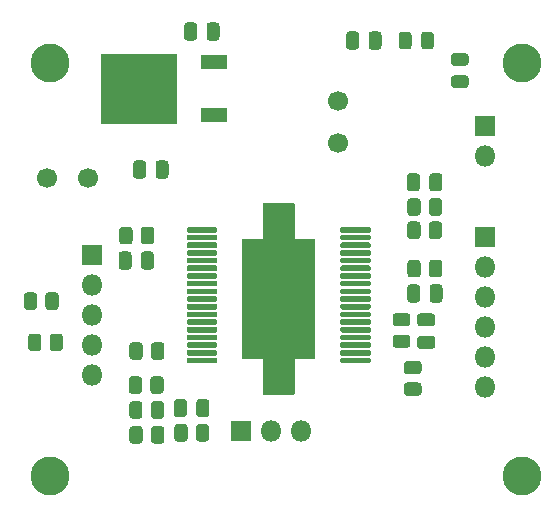
<source format=gbr>
%TF.GenerationSoftware,KiCad,Pcbnew,5.1.6-c6e7f7d~87~ubuntu18.04.1*%
%TF.CreationDate,2022-02-07T12:08:45+00:00*%
%TF.ProjectId,L6235-breakout,4c363233-352d-4627-9265-616b6f75742e,rev?*%
%TF.SameCoordinates,Original*%
%TF.FileFunction,Soldermask,Top*%
%TF.FilePolarity,Negative*%
%FSLAX46Y46*%
G04 Gerber Fmt 4.6, Leading zero omitted, Abs format (unit mm)*
G04 Created by KiCad (PCBNEW 5.1.6-c6e7f7d~87~ubuntu18.04.1) date 2022-02-07 12:08:45*
%MOMM*%
%LPD*%
G01*
G04 APERTURE LIST*
%ADD10C,1.700000*%
%ADD11R,1.800000X1.800000*%
%ADD12O,1.800000X1.800000*%
%ADD13C,0.100000*%
%ADD14C,3.300000*%
%ADD15R,2.300000X1.300000*%
%ADD16R,6.500000X5.900000*%
G04 APERTURE END LIST*
%TO.C,C1*%
G36*
G01*
X44174400Y-171010200D02*
X44174400Y-170010200D01*
G75*
G02*
X44449400Y-169735200I275000J0D01*
G01*
X44999400Y-169735200D01*
G75*
G02*
X45274400Y-170010200I0J-275000D01*
G01*
X45274400Y-171010200D01*
G75*
G02*
X44999400Y-171285200I-275000J0D01*
G01*
X44449400Y-171285200D01*
G75*
G02*
X44174400Y-171010200I0J275000D01*
G01*
G37*
G36*
G01*
X42274400Y-171010200D02*
X42274400Y-170010200D01*
G75*
G02*
X42549400Y-169735200I275000J0D01*
G01*
X43099400Y-169735200D01*
G75*
G02*
X43374400Y-170010200I0J-275000D01*
G01*
X43374400Y-171010200D01*
G75*
G02*
X43099400Y-171285200I-275000J0D01*
G01*
X42549400Y-171285200D01*
G75*
G02*
X42274400Y-171010200I0J275000D01*
G01*
G37*
%TD*%
%TO.C,C2*%
G36*
G01*
X20174000Y-159520000D02*
X20174000Y-160520000D01*
G75*
G02*
X19899000Y-160795000I-275000J0D01*
G01*
X19349000Y-160795000D01*
G75*
G02*
X19074000Y-160520000I0J275000D01*
G01*
X19074000Y-159520000D01*
G75*
G02*
X19349000Y-159245000I275000J0D01*
G01*
X19899000Y-159245000D01*
G75*
G02*
X20174000Y-159520000I0J-275000D01*
G01*
G37*
G36*
G01*
X22074000Y-159520000D02*
X22074000Y-160520000D01*
G75*
G02*
X21799000Y-160795000I-275000J0D01*
G01*
X21249000Y-160795000D01*
G75*
G02*
X20974000Y-160520000I0J275000D01*
G01*
X20974000Y-159520000D01*
G75*
G02*
X21249000Y-159245000I275000J0D01*
G01*
X21799000Y-159245000D01*
G75*
G02*
X22074000Y-159520000I0J-275000D01*
G01*
G37*
%TD*%
D10*
%TO.C,C3*%
X36461700Y-157734000D03*
X36461700Y-154234000D03*
%TD*%
%TO.C,C5*%
G36*
G01*
X42261700Y-161599500D02*
X42261700Y-160599500D01*
G75*
G02*
X42536700Y-160324500I275000J0D01*
G01*
X43086700Y-160324500D01*
G75*
G02*
X43361700Y-160599500I0J-275000D01*
G01*
X43361700Y-161599500D01*
G75*
G02*
X43086700Y-161874500I-275000J0D01*
G01*
X42536700Y-161874500D01*
G75*
G02*
X42261700Y-161599500I0J275000D01*
G01*
G37*
G36*
G01*
X44161700Y-161599500D02*
X44161700Y-160599500D01*
G75*
G02*
X44436700Y-160324500I275000J0D01*
G01*
X44986700Y-160324500D01*
G75*
G02*
X45261700Y-160599500I0J-275000D01*
G01*
X45261700Y-161599500D01*
G75*
G02*
X44986700Y-161874500I-275000J0D01*
G01*
X44436700Y-161874500D01*
G75*
G02*
X44161700Y-161599500I0J275000D01*
G01*
G37*
%TD*%
%TO.C,C6*%
G36*
G01*
X24425900Y-180713000D02*
X24425900Y-179713000D01*
G75*
G02*
X24700900Y-179438000I275000J0D01*
G01*
X25250900Y-179438000D01*
G75*
G02*
X25525900Y-179713000I0J-275000D01*
G01*
X25525900Y-180713000D01*
G75*
G02*
X25250900Y-180988000I-275000J0D01*
G01*
X24700900Y-180988000D01*
G75*
G02*
X24425900Y-180713000I0J275000D01*
G01*
G37*
G36*
G01*
X22525900Y-180713000D02*
X22525900Y-179713000D01*
G75*
G02*
X22800900Y-179438000I275000J0D01*
G01*
X23350900Y-179438000D01*
G75*
G02*
X23625900Y-179713000I0J-275000D01*
G01*
X23625900Y-180713000D01*
G75*
G02*
X23350900Y-180988000I-275000J0D01*
G01*
X22800900Y-180988000D01*
G75*
G02*
X22525900Y-180713000I0J275000D01*
G01*
G37*
%TD*%
%TO.C,C7*%
G36*
G01*
X37108000Y-149598000D02*
X37108000Y-148598000D01*
G75*
G02*
X37383000Y-148323000I275000J0D01*
G01*
X37933000Y-148323000D01*
G75*
G02*
X38208000Y-148598000I0J-275000D01*
G01*
X38208000Y-149598000D01*
G75*
G02*
X37933000Y-149873000I-275000J0D01*
G01*
X37383000Y-149873000D01*
G75*
G02*
X37108000Y-149598000I0J275000D01*
G01*
G37*
G36*
G01*
X39008000Y-149598000D02*
X39008000Y-148598000D01*
G75*
G02*
X39283000Y-148323000I275000J0D01*
G01*
X39833000Y-148323000D01*
G75*
G02*
X40108000Y-148598000I0J-275000D01*
G01*
X40108000Y-149598000D01*
G75*
G02*
X39833000Y-149873000I-275000J0D01*
G01*
X39283000Y-149873000D01*
G75*
G02*
X39008000Y-149598000I0J275000D01*
G01*
G37*
%TD*%
%TO.C,C8*%
G36*
G01*
X17844600Y-168228900D02*
X17844600Y-167228900D01*
G75*
G02*
X18119600Y-166953900I275000J0D01*
G01*
X18669600Y-166953900D01*
G75*
G02*
X18944600Y-167228900I0J-275000D01*
G01*
X18944600Y-168228900D01*
G75*
G02*
X18669600Y-168503900I-275000J0D01*
G01*
X18119600Y-168503900D01*
G75*
G02*
X17844600Y-168228900I0J275000D01*
G01*
G37*
G36*
G01*
X19744600Y-168228900D02*
X19744600Y-167228900D01*
G75*
G02*
X20019600Y-166953900I275000J0D01*
G01*
X20569600Y-166953900D01*
G75*
G02*
X20844600Y-167228900I0J-275000D01*
G01*
X20844600Y-168228900D01*
G75*
G02*
X20569600Y-168503900I-275000J0D01*
G01*
X20019600Y-168503900D01*
G75*
G02*
X19744600Y-168228900I0J275000D01*
G01*
G37*
%TD*%
%TO.C,C10*%
G36*
G01*
X43388700Y-174097900D02*
X44388700Y-174097900D01*
G75*
G02*
X44663700Y-174372900I0J-275000D01*
G01*
X44663700Y-174922900D01*
G75*
G02*
X44388700Y-175197900I-275000J0D01*
G01*
X43388700Y-175197900D01*
G75*
G02*
X43113700Y-174922900I0J275000D01*
G01*
X43113700Y-174372900D01*
G75*
G02*
X43388700Y-174097900I275000J0D01*
G01*
G37*
G36*
G01*
X43388700Y-172197900D02*
X44388700Y-172197900D01*
G75*
G02*
X44663700Y-172472900I0J-275000D01*
G01*
X44663700Y-173022900D01*
G75*
G02*
X44388700Y-173297900I-275000J0D01*
G01*
X43388700Y-173297900D01*
G75*
G02*
X43113700Y-173022900I0J275000D01*
G01*
X43113700Y-172472900D01*
G75*
G02*
X43388700Y-172197900I275000J0D01*
G01*
G37*
%TD*%
%TO.C,D1*%
G36*
G01*
X46254750Y-152038000D02*
X47217250Y-152038000D01*
G75*
G02*
X47486000Y-152306750I0J-268750D01*
G01*
X47486000Y-152844250D01*
G75*
G02*
X47217250Y-153113000I-268750J0D01*
G01*
X46254750Y-153113000D01*
G75*
G02*
X45986000Y-152844250I0J268750D01*
G01*
X45986000Y-152306750D01*
G75*
G02*
X46254750Y-152038000I268750J0D01*
G01*
G37*
G36*
G01*
X46254750Y-150163000D02*
X47217250Y-150163000D01*
G75*
G02*
X47486000Y-150431750I0J-268750D01*
G01*
X47486000Y-150969250D01*
G75*
G02*
X47217250Y-151238000I-268750J0D01*
G01*
X46254750Y-151238000D01*
G75*
G02*
X45986000Y-150969250I0J268750D01*
G01*
X45986000Y-150431750D01*
G75*
G02*
X46254750Y-150163000I268750J0D01*
G01*
G37*
%TD*%
%TO.C,D2*%
G36*
G01*
X41578000Y-149579250D02*
X41578000Y-148616750D01*
G75*
G02*
X41846750Y-148348000I268750J0D01*
G01*
X42384250Y-148348000D01*
G75*
G02*
X42653000Y-148616750I0J-268750D01*
G01*
X42653000Y-149579250D01*
G75*
G02*
X42384250Y-149848000I-268750J0D01*
G01*
X41846750Y-149848000D01*
G75*
G02*
X41578000Y-149579250I0J268750D01*
G01*
G37*
G36*
G01*
X43453000Y-149579250D02*
X43453000Y-148616750D01*
G75*
G02*
X43721750Y-148348000I268750J0D01*
G01*
X44259250Y-148348000D01*
G75*
G02*
X44528000Y-148616750I0J-268750D01*
G01*
X44528000Y-149579250D01*
G75*
G02*
X44259250Y-149848000I-268750J0D01*
G01*
X43721750Y-149848000D01*
G75*
G02*
X43453000Y-149579250I0J268750D01*
G01*
G37*
%TD*%
D11*
%TO.C,J2*%
X15633700Y-167246300D03*
D12*
X15633700Y-169786300D03*
X15633700Y-172326300D03*
X15633700Y-174866300D03*
X15633700Y-177406300D03*
%TD*%
D11*
%TO.C,J3*%
X28194000Y-182194200D03*
D12*
X30734000Y-182194200D03*
X33274000Y-182194200D03*
%TD*%
D11*
%TO.C,J5*%
X48895000Y-156337000D03*
D12*
X48895000Y-158877000D03*
%TD*%
%TO.C,R1*%
G36*
G01*
X42300000Y-168877611D02*
X42300000Y-167926389D01*
G75*
G02*
X42574389Y-167652000I274389J0D01*
G01*
X43150611Y-167652000D01*
G75*
G02*
X43425000Y-167926389I0J-274389D01*
G01*
X43425000Y-168877611D01*
G75*
G02*
X43150611Y-169152000I-274389J0D01*
G01*
X42574389Y-169152000D01*
G75*
G02*
X42300000Y-168877611I0J274389D01*
G01*
G37*
G36*
G01*
X44125000Y-168877611D02*
X44125000Y-167926389D01*
G75*
G02*
X44399389Y-167652000I274389J0D01*
G01*
X44975611Y-167652000D01*
G75*
G02*
X45250000Y-167926389I0J-274389D01*
G01*
X45250000Y-168877611D01*
G75*
G02*
X44975611Y-169152000I-274389J0D01*
G01*
X44399389Y-169152000D01*
G75*
G02*
X44125000Y-168877611I0J274389D01*
G01*
G37*
%TD*%
%TO.C,R2*%
G36*
G01*
X44112300Y-165639111D02*
X44112300Y-164687889D01*
G75*
G02*
X44386689Y-164413500I274389J0D01*
G01*
X44962911Y-164413500D01*
G75*
G02*
X45237300Y-164687889I0J-274389D01*
G01*
X45237300Y-165639111D01*
G75*
G02*
X44962911Y-165913500I-274389J0D01*
G01*
X44386689Y-165913500D01*
G75*
G02*
X44112300Y-165639111I0J274389D01*
G01*
G37*
G36*
G01*
X42287300Y-165639111D02*
X42287300Y-164687889D01*
G75*
G02*
X42561689Y-164413500I274389J0D01*
G01*
X43137911Y-164413500D01*
G75*
G02*
X43412300Y-164687889I0J-274389D01*
G01*
X43412300Y-165639111D01*
G75*
G02*
X43137911Y-165913500I-274389J0D01*
G01*
X42561689Y-165913500D01*
G75*
G02*
X42287300Y-165639111I0J274389D01*
G01*
G37*
%TD*%
%TO.C,R3*%
G36*
G01*
X45237300Y-162719389D02*
X45237300Y-163670611D01*
G75*
G02*
X44962911Y-163945000I-274389J0D01*
G01*
X44386689Y-163945000D01*
G75*
G02*
X44112300Y-163670611I0J274389D01*
G01*
X44112300Y-162719389D01*
G75*
G02*
X44386689Y-162445000I274389J0D01*
G01*
X44962911Y-162445000D01*
G75*
G02*
X45237300Y-162719389I0J-274389D01*
G01*
G37*
G36*
G01*
X43412300Y-162719389D02*
X43412300Y-163670611D01*
G75*
G02*
X43137911Y-163945000I-274389J0D01*
G01*
X42561689Y-163945000D01*
G75*
G02*
X42287300Y-163670611I0J274389D01*
G01*
X42287300Y-162719389D01*
G75*
G02*
X42561689Y-162445000I274389J0D01*
G01*
X43137911Y-162445000D01*
G75*
G02*
X43412300Y-162719389I0J-274389D01*
G01*
G37*
%TD*%
%TO.C,R4*%
G36*
G01*
X22564200Y-182784111D02*
X22564200Y-181832889D01*
G75*
G02*
X22838589Y-181558500I274389J0D01*
G01*
X23414811Y-181558500D01*
G75*
G02*
X23689200Y-181832889I0J-274389D01*
G01*
X23689200Y-182784111D01*
G75*
G02*
X23414811Y-183058500I-274389J0D01*
G01*
X22838589Y-183058500D01*
G75*
G02*
X22564200Y-182784111I0J274389D01*
G01*
G37*
G36*
G01*
X24389200Y-182784111D02*
X24389200Y-181832889D01*
G75*
G02*
X24663589Y-181558500I274389J0D01*
G01*
X25239811Y-181558500D01*
G75*
G02*
X25514200Y-181832889I0J-274389D01*
G01*
X25514200Y-182784111D01*
G75*
G02*
X25239811Y-183058500I-274389J0D01*
G01*
X24663589Y-183058500D01*
G75*
G02*
X24389200Y-182784111I0J274389D01*
G01*
G37*
%TD*%
%TO.C,R5*%
G36*
G01*
X18745300Y-180853711D02*
X18745300Y-179902489D01*
G75*
G02*
X19019689Y-179628100I274389J0D01*
G01*
X19595911Y-179628100D01*
G75*
G02*
X19870300Y-179902489I0J-274389D01*
G01*
X19870300Y-180853711D01*
G75*
G02*
X19595911Y-181128100I-274389J0D01*
G01*
X19019689Y-181128100D01*
G75*
G02*
X18745300Y-180853711I0J274389D01*
G01*
G37*
G36*
G01*
X20570300Y-180853711D02*
X20570300Y-179902489D01*
G75*
G02*
X20844689Y-179628100I274389J0D01*
G01*
X21420911Y-179628100D01*
G75*
G02*
X21695300Y-179902489I0J-274389D01*
G01*
X21695300Y-180853711D01*
G75*
G02*
X21420911Y-181128100I-274389J0D01*
G01*
X20844689Y-181128100D01*
G75*
G02*
X20570300Y-180853711I0J274389D01*
G01*
G37*
%TD*%
%TO.C,R6*%
G36*
G01*
X19032100Y-165132389D02*
X19032100Y-166083611D01*
G75*
G02*
X18757711Y-166358000I-274389J0D01*
G01*
X18181489Y-166358000D01*
G75*
G02*
X17907100Y-166083611I0J274389D01*
G01*
X17907100Y-165132389D01*
G75*
G02*
X18181489Y-164858000I274389J0D01*
G01*
X18757711Y-164858000D01*
G75*
G02*
X19032100Y-165132389I0J-274389D01*
G01*
G37*
G36*
G01*
X20857100Y-165132389D02*
X20857100Y-166083611D01*
G75*
G02*
X20582711Y-166358000I-274389J0D01*
G01*
X20006489Y-166358000D01*
G75*
G02*
X19732100Y-166083611I0J274389D01*
G01*
X19732100Y-165132389D01*
G75*
G02*
X20006489Y-164858000I274389J0D01*
G01*
X20582711Y-164858000D01*
G75*
G02*
X20857100Y-165132389I0J-274389D01*
G01*
G37*
%TD*%
%TO.C,R7*%
G36*
G01*
X18707200Y-178745511D02*
X18707200Y-177794289D01*
G75*
G02*
X18981589Y-177519900I274389J0D01*
G01*
X19557811Y-177519900D01*
G75*
G02*
X19832200Y-177794289I0J-274389D01*
G01*
X19832200Y-178745511D01*
G75*
G02*
X19557811Y-179019900I-274389J0D01*
G01*
X18981589Y-179019900D01*
G75*
G02*
X18707200Y-178745511I0J274389D01*
G01*
G37*
G36*
G01*
X20532200Y-178745511D02*
X20532200Y-177794289D01*
G75*
G02*
X20806589Y-177519900I274389J0D01*
G01*
X21382811Y-177519900D01*
G75*
G02*
X21657200Y-177794289I0J-274389D01*
G01*
X21657200Y-178745511D01*
G75*
G02*
X21382811Y-179019900I-274389J0D01*
G01*
X20806589Y-179019900D01*
G75*
G02*
X20532200Y-178745511I0J274389D01*
G01*
G37*
%TD*%
%TO.C,R8*%
G36*
G01*
X43223811Y-177348400D02*
X42272589Y-177348400D01*
G75*
G02*
X41998200Y-177074011I0J274389D01*
G01*
X41998200Y-176497789D01*
G75*
G02*
X42272589Y-176223400I274389J0D01*
G01*
X43223811Y-176223400D01*
G75*
G02*
X43498200Y-176497789I0J-274389D01*
G01*
X43498200Y-177074011D01*
G75*
G02*
X43223811Y-177348400I-274389J0D01*
G01*
G37*
G36*
G01*
X43223811Y-179173400D02*
X42272589Y-179173400D01*
G75*
G02*
X41998200Y-178899011I0J274389D01*
G01*
X41998200Y-178322789D01*
G75*
G02*
X42272589Y-178048400I274389J0D01*
G01*
X43223811Y-178048400D01*
G75*
G02*
X43498200Y-178322789I0J-274389D01*
G01*
X43498200Y-178899011D01*
G75*
G02*
X43223811Y-179173400I-274389J0D01*
G01*
G37*
%TD*%
%TO.C,R9*%
G36*
G01*
X41320089Y-172172100D02*
X42271311Y-172172100D01*
G75*
G02*
X42545700Y-172446489I0J-274389D01*
G01*
X42545700Y-173022711D01*
G75*
G02*
X42271311Y-173297100I-274389J0D01*
G01*
X41320089Y-173297100D01*
G75*
G02*
X41045700Y-173022711I0J274389D01*
G01*
X41045700Y-172446489D01*
G75*
G02*
X41320089Y-172172100I274389J0D01*
G01*
G37*
G36*
G01*
X41320089Y-173997100D02*
X42271311Y-173997100D01*
G75*
G02*
X42545700Y-174271489I0J-274389D01*
G01*
X42545700Y-174847711D01*
G75*
G02*
X42271311Y-175122100I-274389J0D01*
G01*
X41320089Y-175122100D01*
G75*
G02*
X41045700Y-174847711I0J274389D01*
G01*
X41045700Y-174271489D01*
G75*
G02*
X41320089Y-173997100I274389J0D01*
G01*
G37*
%TD*%
%TO.C,R10*%
G36*
G01*
X20595700Y-175862611D02*
X20595700Y-174911389D01*
G75*
G02*
X20870089Y-174637000I274389J0D01*
G01*
X21446311Y-174637000D01*
G75*
G02*
X21720700Y-174911389I0J-274389D01*
G01*
X21720700Y-175862611D01*
G75*
G02*
X21446311Y-176137000I-274389J0D01*
G01*
X20870089Y-176137000D01*
G75*
G02*
X20595700Y-175862611I0J274389D01*
G01*
G37*
G36*
G01*
X18770700Y-175862611D02*
X18770700Y-174911389D01*
G75*
G02*
X19045089Y-174637000I274389J0D01*
G01*
X19621311Y-174637000D01*
G75*
G02*
X19895700Y-174911389I0J-274389D01*
G01*
X19895700Y-175862611D01*
G75*
G02*
X19621311Y-176137000I-274389J0D01*
G01*
X19045089Y-176137000D01*
G75*
G02*
X18770700Y-175862611I0J274389D01*
G01*
G37*
%TD*%
%TO.C,R11*%
G36*
G01*
X9826100Y-171633511D02*
X9826100Y-170682289D01*
G75*
G02*
X10100489Y-170407900I274389J0D01*
G01*
X10676711Y-170407900D01*
G75*
G02*
X10951100Y-170682289I0J-274389D01*
G01*
X10951100Y-171633511D01*
G75*
G02*
X10676711Y-171907900I-274389J0D01*
G01*
X10100489Y-171907900D01*
G75*
G02*
X9826100Y-171633511I0J274389D01*
G01*
G37*
G36*
G01*
X11651100Y-171633511D02*
X11651100Y-170682289D01*
G75*
G02*
X11925489Y-170407900I274389J0D01*
G01*
X12501711Y-170407900D01*
G75*
G02*
X12776100Y-170682289I0J-274389D01*
G01*
X12776100Y-171633511D01*
G75*
G02*
X12501711Y-171907900I-274389J0D01*
G01*
X11925489Y-171907900D01*
G75*
G02*
X11651100Y-171633511I0J274389D01*
G01*
G37*
%TD*%
%TO.C,R12*%
G36*
G01*
X12006700Y-175126011D02*
X12006700Y-174174789D01*
G75*
G02*
X12281089Y-173900400I274389J0D01*
G01*
X12857311Y-173900400D01*
G75*
G02*
X13131700Y-174174789I0J-274389D01*
G01*
X13131700Y-175126011D01*
G75*
G02*
X12857311Y-175400400I-274389J0D01*
G01*
X12281089Y-175400400D01*
G75*
G02*
X12006700Y-175126011I0J274389D01*
G01*
G37*
G36*
G01*
X10181700Y-175126011D02*
X10181700Y-174174789D01*
G75*
G02*
X10456089Y-173900400I274389J0D01*
G01*
X11032311Y-173900400D01*
G75*
G02*
X11306700Y-174174789I0J-274389D01*
G01*
X11306700Y-175126011D01*
G75*
G02*
X11032311Y-175400400I-274389J0D01*
G01*
X10456089Y-175400400D01*
G75*
G02*
X10181700Y-175126011I0J274389D01*
G01*
G37*
%TD*%
%TO.C,R13*%
G36*
G01*
X20595700Y-182961911D02*
X20595700Y-182010689D01*
G75*
G02*
X20870089Y-181736300I274389J0D01*
G01*
X21446311Y-181736300D01*
G75*
G02*
X21720700Y-182010689I0J-274389D01*
G01*
X21720700Y-182961911D01*
G75*
G02*
X21446311Y-183236300I-274389J0D01*
G01*
X20870089Y-183236300D01*
G75*
G02*
X20595700Y-182961911I0J274389D01*
G01*
G37*
G36*
G01*
X18770700Y-182961911D02*
X18770700Y-182010689D01*
G75*
G02*
X19045089Y-181736300I274389J0D01*
G01*
X19621311Y-181736300D01*
G75*
G02*
X19895700Y-182010689I0J-274389D01*
G01*
X19895700Y-182961911D01*
G75*
G02*
X19621311Y-183236300I-274389J0D01*
G01*
X19045089Y-183236300D01*
G75*
G02*
X18770700Y-182961911I0J274389D01*
G01*
G37*
%TD*%
%TO.C,U1*%
G36*
G01*
X23607100Y-165250100D02*
X23607100Y-165010100D01*
G75*
G02*
X23727100Y-164890100I120000J0D01*
G01*
X26087100Y-164890100D01*
G75*
G02*
X26207100Y-165010100I0J-120000D01*
G01*
X26207100Y-165250100D01*
G75*
G02*
X26087100Y-165370100I-120000J0D01*
G01*
X23727100Y-165370100D01*
G75*
G02*
X23607100Y-165250100I0J120000D01*
G01*
G37*
G36*
G01*
X23607100Y-165900100D02*
X23607100Y-165660100D01*
G75*
G02*
X23727100Y-165540100I120000J0D01*
G01*
X26087100Y-165540100D01*
G75*
G02*
X26207100Y-165660100I0J-120000D01*
G01*
X26207100Y-165900100D01*
G75*
G02*
X26087100Y-166020100I-120000J0D01*
G01*
X23727100Y-166020100D01*
G75*
G02*
X23607100Y-165900100I0J120000D01*
G01*
G37*
G36*
G01*
X23607100Y-166550100D02*
X23607100Y-166310100D01*
G75*
G02*
X23727100Y-166190100I120000J0D01*
G01*
X26087100Y-166190100D01*
G75*
G02*
X26207100Y-166310100I0J-120000D01*
G01*
X26207100Y-166550100D01*
G75*
G02*
X26087100Y-166670100I-120000J0D01*
G01*
X23727100Y-166670100D01*
G75*
G02*
X23607100Y-166550100I0J120000D01*
G01*
G37*
G36*
G01*
X23607100Y-167200100D02*
X23607100Y-166960100D01*
G75*
G02*
X23727100Y-166840100I120000J0D01*
G01*
X26087100Y-166840100D01*
G75*
G02*
X26207100Y-166960100I0J-120000D01*
G01*
X26207100Y-167200100D01*
G75*
G02*
X26087100Y-167320100I-120000J0D01*
G01*
X23727100Y-167320100D01*
G75*
G02*
X23607100Y-167200100I0J120000D01*
G01*
G37*
G36*
G01*
X23607100Y-167850100D02*
X23607100Y-167610100D01*
G75*
G02*
X23727100Y-167490100I120000J0D01*
G01*
X26087100Y-167490100D01*
G75*
G02*
X26207100Y-167610100I0J-120000D01*
G01*
X26207100Y-167850100D01*
G75*
G02*
X26087100Y-167970100I-120000J0D01*
G01*
X23727100Y-167970100D01*
G75*
G02*
X23607100Y-167850100I0J120000D01*
G01*
G37*
G36*
G01*
X23607100Y-168500100D02*
X23607100Y-168260100D01*
G75*
G02*
X23727100Y-168140100I120000J0D01*
G01*
X26087100Y-168140100D01*
G75*
G02*
X26207100Y-168260100I0J-120000D01*
G01*
X26207100Y-168500100D01*
G75*
G02*
X26087100Y-168620100I-120000J0D01*
G01*
X23727100Y-168620100D01*
G75*
G02*
X23607100Y-168500100I0J120000D01*
G01*
G37*
G36*
G01*
X23607100Y-169150100D02*
X23607100Y-168910100D01*
G75*
G02*
X23727100Y-168790100I120000J0D01*
G01*
X26087100Y-168790100D01*
G75*
G02*
X26207100Y-168910100I0J-120000D01*
G01*
X26207100Y-169150100D01*
G75*
G02*
X26087100Y-169270100I-120000J0D01*
G01*
X23727100Y-169270100D01*
G75*
G02*
X23607100Y-169150100I0J120000D01*
G01*
G37*
G36*
G01*
X23607100Y-169800100D02*
X23607100Y-169560100D01*
G75*
G02*
X23727100Y-169440100I120000J0D01*
G01*
X26087100Y-169440100D01*
G75*
G02*
X26207100Y-169560100I0J-120000D01*
G01*
X26207100Y-169800100D01*
G75*
G02*
X26087100Y-169920100I-120000J0D01*
G01*
X23727100Y-169920100D01*
G75*
G02*
X23607100Y-169800100I0J120000D01*
G01*
G37*
G36*
G01*
X23607100Y-170450100D02*
X23607100Y-170210100D01*
G75*
G02*
X23727100Y-170090100I120000J0D01*
G01*
X26087100Y-170090100D01*
G75*
G02*
X26207100Y-170210100I0J-120000D01*
G01*
X26207100Y-170450100D01*
G75*
G02*
X26087100Y-170570100I-120000J0D01*
G01*
X23727100Y-170570100D01*
G75*
G02*
X23607100Y-170450100I0J120000D01*
G01*
G37*
G36*
G01*
X23607100Y-171100100D02*
X23607100Y-170860100D01*
G75*
G02*
X23727100Y-170740100I120000J0D01*
G01*
X26087100Y-170740100D01*
G75*
G02*
X26207100Y-170860100I0J-120000D01*
G01*
X26207100Y-171100100D01*
G75*
G02*
X26087100Y-171220100I-120000J0D01*
G01*
X23727100Y-171220100D01*
G75*
G02*
X23607100Y-171100100I0J120000D01*
G01*
G37*
G36*
G01*
X23607100Y-171750100D02*
X23607100Y-171510100D01*
G75*
G02*
X23727100Y-171390100I120000J0D01*
G01*
X26087100Y-171390100D01*
G75*
G02*
X26207100Y-171510100I0J-120000D01*
G01*
X26207100Y-171750100D01*
G75*
G02*
X26087100Y-171870100I-120000J0D01*
G01*
X23727100Y-171870100D01*
G75*
G02*
X23607100Y-171750100I0J120000D01*
G01*
G37*
G36*
G01*
X23607100Y-172400100D02*
X23607100Y-172160100D01*
G75*
G02*
X23727100Y-172040100I120000J0D01*
G01*
X26087100Y-172040100D01*
G75*
G02*
X26207100Y-172160100I0J-120000D01*
G01*
X26207100Y-172400100D01*
G75*
G02*
X26087100Y-172520100I-120000J0D01*
G01*
X23727100Y-172520100D01*
G75*
G02*
X23607100Y-172400100I0J120000D01*
G01*
G37*
G36*
G01*
X23607100Y-173050100D02*
X23607100Y-172810100D01*
G75*
G02*
X23727100Y-172690100I120000J0D01*
G01*
X26087100Y-172690100D01*
G75*
G02*
X26207100Y-172810100I0J-120000D01*
G01*
X26207100Y-173050100D01*
G75*
G02*
X26087100Y-173170100I-120000J0D01*
G01*
X23727100Y-173170100D01*
G75*
G02*
X23607100Y-173050100I0J120000D01*
G01*
G37*
G36*
G01*
X23607100Y-173700100D02*
X23607100Y-173460100D01*
G75*
G02*
X23727100Y-173340100I120000J0D01*
G01*
X26087100Y-173340100D01*
G75*
G02*
X26207100Y-173460100I0J-120000D01*
G01*
X26207100Y-173700100D01*
G75*
G02*
X26087100Y-173820100I-120000J0D01*
G01*
X23727100Y-173820100D01*
G75*
G02*
X23607100Y-173700100I0J120000D01*
G01*
G37*
G36*
G01*
X23607100Y-174350100D02*
X23607100Y-174110100D01*
G75*
G02*
X23727100Y-173990100I120000J0D01*
G01*
X26087100Y-173990100D01*
G75*
G02*
X26207100Y-174110100I0J-120000D01*
G01*
X26207100Y-174350100D01*
G75*
G02*
X26087100Y-174470100I-120000J0D01*
G01*
X23727100Y-174470100D01*
G75*
G02*
X23607100Y-174350100I0J120000D01*
G01*
G37*
G36*
G01*
X23607100Y-175000100D02*
X23607100Y-174760100D01*
G75*
G02*
X23727100Y-174640100I120000J0D01*
G01*
X26087100Y-174640100D01*
G75*
G02*
X26207100Y-174760100I0J-120000D01*
G01*
X26207100Y-175000100D01*
G75*
G02*
X26087100Y-175120100I-120000J0D01*
G01*
X23727100Y-175120100D01*
G75*
G02*
X23607100Y-175000100I0J120000D01*
G01*
G37*
G36*
G01*
X23607100Y-175650100D02*
X23607100Y-175410100D01*
G75*
G02*
X23727100Y-175290100I120000J0D01*
G01*
X26087100Y-175290100D01*
G75*
G02*
X26207100Y-175410100I0J-120000D01*
G01*
X26207100Y-175650100D01*
G75*
G02*
X26087100Y-175770100I-120000J0D01*
G01*
X23727100Y-175770100D01*
G75*
G02*
X23607100Y-175650100I0J120000D01*
G01*
G37*
G36*
G01*
X23607100Y-176300100D02*
X23607100Y-176060100D01*
G75*
G02*
X23727100Y-175940100I120000J0D01*
G01*
X26087100Y-175940100D01*
G75*
G02*
X26207100Y-176060100I0J-120000D01*
G01*
X26207100Y-176300100D01*
G75*
G02*
X26087100Y-176420100I-120000J0D01*
G01*
X23727100Y-176420100D01*
G75*
G02*
X23607100Y-176300100I0J120000D01*
G01*
G37*
G36*
G01*
X36607100Y-176300100D02*
X36607100Y-176060100D01*
G75*
G02*
X36727100Y-175940100I120000J0D01*
G01*
X39087100Y-175940100D01*
G75*
G02*
X39207100Y-176060100I0J-120000D01*
G01*
X39207100Y-176300100D01*
G75*
G02*
X39087100Y-176420100I-120000J0D01*
G01*
X36727100Y-176420100D01*
G75*
G02*
X36607100Y-176300100I0J120000D01*
G01*
G37*
G36*
G01*
X36607100Y-175650100D02*
X36607100Y-175410100D01*
G75*
G02*
X36727100Y-175290100I120000J0D01*
G01*
X39087100Y-175290100D01*
G75*
G02*
X39207100Y-175410100I0J-120000D01*
G01*
X39207100Y-175650100D01*
G75*
G02*
X39087100Y-175770100I-120000J0D01*
G01*
X36727100Y-175770100D01*
G75*
G02*
X36607100Y-175650100I0J120000D01*
G01*
G37*
G36*
G01*
X36607100Y-175000100D02*
X36607100Y-174760100D01*
G75*
G02*
X36727100Y-174640100I120000J0D01*
G01*
X39087100Y-174640100D01*
G75*
G02*
X39207100Y-174760100I0J-120000D01*
G01*
X39207100Y-175000100D01*
G75*
G02*
X39087100Y-175120100I-120000J0D01*
G01*
X36727100Y-175120100D01*
G75*
G02*
X36607100Y-175000100I0J120000D01*
G01*
G37*
G36*
G01*
X36607100Y-174350100D02*
X36607100Y-174110100D01*
G75*
G02*
X36727100Y-173990100I120000J0D01*
G01*
X39087100Y-173990100D01*
G75*
G02*
X39207100Y-174110100I0J-120000D01*
G01*
X39207100Y-174350100D01*
G75*
G02*
X39087100Y-174470100I-120000J0D01*
G01*
X36727100Y-174470100D01*
G75*
G02*
X36607100Y-174350100I0J120000D01*
G01*
G37*
G36*
G01*
X36607100Y-173700100D02*
X36607100Y-173460100D01*
G75*
G02*
X36727100Y-173340100I120000J0D01*
G01*
X39087100Y-173340100D01*
G75*
G02*
X39207100Y-173460100I0J-120000D01*
G01*
X39207100Y-173700100D01*
G75*
G02*
X39087100Y-173820100I-120000J0D01*
G01*
X36727100Y-173820100D01*
G75*
G02*
X36607100Y-173700100I0J120000D01*
G01*
G37*
G36*
G01*
X36607100Y-173050100D02*
X36607100Y-172810100D01*
G75*
G02*
X36727100Y-172690100I120000J0D01*
G01*
X39087100Y-172690100D01*
G75*
G02*
X39207100Y-172810100I0J-120000D01*
G01*
X39207100Y-173050100D01*
G75*
G02*
X39087100Y-173170100I-120000J0D01*
G01*
X36727100Y-173170100D01*
G75*
G02*
X36607100Y-173050100I0J120000D01*
G01*
G37*
G36*
G01*
X36607100Y-172400100D02*
X36607100Y-172160100D01*
G75*
G02*
X36727100Y-172040100I120000J0D01*
G01*
X39087100Y-172040100D01*
G75*
G02*
X39207100Y-172160100I0J-120000D01*
G01*
X39207100Y-172400100D01*
G75*
G02*
X39087100Y-172520100I-120000J0D01*
G01*
X36727100Y-172520100D01*
G75*
G02*
X36607100Y-172400100I0J120000D01*
G01*
G37*
G36*
G01*
X36607100Y-171750100D02*
X36607100Y-171510100D01*
G75*
G02*
X36727100Y-171390100I120000J0D01*
G01*
X39087100Y-171390100D01*
G75*
G02*
X39207100Y-171510100I0J-120000D01*
G01*
X39207100Y-171750100D01*
G75*
G02*
X39087100Y-171870100I-120000J0D01*
G01*
X36727100Y-171870100D01*
G75*
G02*
X36607100Y-171750100I0J120000D01*
G01*
G37*
G36*
G01*
X36607100Y-171100100D02*
X36607100Y-170860100D01*
G75*
G02*
X36727100Y-170740100I120000J0D01*
G01*
X39087100Y-170740100D01*
G75*
G02*
X39207100Y-170860100I0J-120000D01*
G01*
X39207100Y-171100100D01*
G75*
G02*
X39087100Y-171220100I-120000J0D01*
G01*
X36727100Y-171220100D01*
G75*
G02*
X36607100Y-171100100I0J120000D01*
G01*
G37*
G36*
G01*
X36607100Y-170450100D02*
X36607100Y-170210100D01*
G75*
G02*
X36727100Y-170090100I120000J0D01*
G01*
X39087100Y-170090100D01*
G75*
G02*
X39207100Y-170210100I0J-120000D01*
G01*
X39207100Y-170450100D01*
G75*
G02*
X39087100Y-170570100I-120000J0D01*
G01*
X36727100Y-170570100D01*
G75*
G02*
X36607100Y-170450100I0J120000D01*
G01*
G37*
G36*
G01*
X36607100Y-169800100D02*
X36607100Y-169560100D01*
G75*
G02*
X36727100Y-169440100I120000J0D01*
G01*
X39087100Y-169440100D01*
G75*
G02*
X39207100Y-169560100I0J-120000D01*
G01*
X39207100Y-169800100D01*
G75*
G02*
X39087100Y-169920100I-120000J0D01*
G01*
X36727100Y-169920100D01*
G75*
G02*
X36607100Y-169800100I0J120000D01*
G01*
G37*
G36*
G01*
X36607100Y-169150100D02*
X36607100Y-168910100D01*
G75*
G02*
X36727100Y-168790100I120000J0D01*
G01*
X39087100Y-168790100D01*
G75*
G02*
X39207100Y-168910100I0J-120000D01*
G01*
X39207100Y-169150100D01*
G75*
G02*
X39087100Y-169270100I-120000J0D01*
G01*
X36727100Y-169270100D01*
G75*
G02*
X36607100Y-169150100I0J120000D01*
G01*
G37*
G36*
G01*
X36607100Y-168500100D02*
X36607100Y-168260100D01*
G75*
G02*
X36727100Y-168140100I120000J0D01*
G01*
X39087100Y-168140100D01*
G75*
G02*
X39207100Y-168260100I0J-120000D01*
G01*
X39207100Y-168500100D01*
G75*
G02*
X39087100Y-168620100I-120000J0D01*
G01*
X36727100Y-168620100D01*
G75*
G02*
X36607100Y-168500100I0J120000D01*
G01*
G37*
G36*
G01*
X36607100Y-167850100D02*
X36607100Y-167610100D01*
G75*
G02*
X36727100Y-167490100I120000J0D01*
G01*
X39087100Y-167490100D01*
G75*
G02*
X39207100Y-167610100I0J-120000D01*
G01*
X39207100Y-167850100D01*
G75*
G02*
X39087100Y-167970100I-120000J0D01*
G01*
X36727100Y-167970100D01*
G75*
G02*
X36607100Y-167850100I0J120000D01*
G01*
G37*
G36*
G01*
X36607100Y-167200100D02*
X36607100Y-166960100D01*
G75*
G02*
X36727100Y-166840100I120000J0D01*
G01*
X39087100Y-166840100D01*
G75*
G02*
X39207100Y-166960100I0J-120000D01*
G01*
X39207100Y-167200100D01*
G75*
G02*
X39087100Y-167320100I-120000J0D01*
G01*
X36727100Y-167320100D01*
G75*
G02*
X36607100Y-167200100I0J120000D01*
G01*
G37*
G36*
G01*
X36607100Y-166550100D02*
X36607100Y-166310100D01*
G75*
G02*
X36727100Y-166190100I120000J0D01*
G01*
X39087100Y-166190100D01*
G75*
G02*
X39207100Y-166310100I0J-120000D01*
G01*
X39207100Y-166550100D01*
G75*
G02*
X39087100Y-166670100I-120000J0D01*
G01*
X36727100Y-166670100D01*
G75*
G02*
X36607100Y-166550100I0J120000D01*
G01*
G37*
G36*
G01*
X36607100Y-165900100D02*
X36607100Y-165660100D01*
G75*
G02*
X36727100Y-165540100I120000J0D01*
G01*
X39087100Y-165540100D01*
G75*
G02*
X39207100Y-165660100I0J-120000D01*
G01*
X39207100Y-165900100D01*
G75*
G02*
X39087100Y-166020100I-120000J0D01*
G01*
X36727100Y-166020100D01*
G75*
G02*
X36607100Y-165900100I0J120000D01*
G01*
G37*
G36*
G01*
X36607100Y-165250100D02*
X36607100Y-165010100D01*
G75*
G02*
X36727100Y-164890100I120000J0D01*
G01*
X39087100Y-164890100D01*
G75*
G02*
X39207100Y-165010100I0J-120000D01*
G01*
X39207100Y-165250100D01*
G75*
G02*
X39087100Y-165370100I-120000J0D01*
G01*
X36727100Y-165370100D01*
G75*
G02*
X36607100Y-165250100I0J120000D01*
G01*
G37*
D13*
G36*
X32662002Y-162880341D02*
G01*
X32671757Y-162881302D01*
X32681369Y-162883214D01*
X32690748Y-162886059D01*
X32699804Y-162889810D01*
X32708449Y-162894431D01*
X32716600Y-162899878D01*
X32724176Y-162906096D01*
X32731104Y-162913024D01*
X32737322Y-162920600D01*
X32742769Y-162928751D01*
X32747390Y-162937396D01*
X32751141Y-162946452D01*
X32753986Y-162955831D01*
X32755898Y-162965443D01*
X32756859Y-162975198D01*
X32757100Y-162980100D01*
X32757100Y-165880100D01*
X34407100Y-165880100D01*
X34412002Y-165880341D01*
X34421757Y-165881302D01*
X34431369Y-165883214D01*
X34440748Y-165886059D01*
X34449804Y-165889810D01*
X34458449Y-165894431D01*
X34466600Y-165899878D01*
X34474176Y-165906096D01*
X34481104Y-165913024D01*
X34487322Y-165920600D01*
X34492769Y-165928751D01*
X34497390Y-165937396D01*
X34501141Y-165946452D01*
X34503986Y-165955831D01*
X34505898Y-165965443D01*
X34506859Y-165975198D01*
X34507100Y-165980100D01*
X34507100Y-175980100D01*
X34506859Y-175985002D01*
X34505898Y-175994757D01*
X34503986Y-176004369D01*
X34501141Y-176013748D01*
X34497390Y-176022804D01*
X34492769Y-176031449D01*
X34487322Y-176039600D01*
X34481104Y-176047176D01*
X34474176Y-176054104D01*
X34466600Y-176060322D01*
X34458449Y-176065769D01*
X34449804Y-176070390D01*
X34440748Y-176074141D01*
X34431369Y-176076986D01*
X34421757Y-176078898D01*
X34412002Y-176079859D01*
X34407100Y-176080100D01*
X32757100Y-176080100D01*
X32757100Y-178980100D01*
X32756859Y-178985002D01*
X32755898Y-178994757D01*
X32753986Y-179004369D01*
X32751141Y-179013748D01*
X32747390Y-179022804D01*
X32742769Y-179031449D01*
X32737322Y-179039600D01*
X32731104Y-179047176D01*
X32724176Y-179054104D01*
X32716600Y-179060322D01*
X32708449Y-179065769D01*
X32699804Y-179070390D01*
X32690748Y-179074141D01*
X32681369Y-179076986D01*
X32671757Y-179078898D01*
X32662002Y-179079859D01*
X32657100Y-179080100D01*
X30157100Y-179080100D01*
X30152198Y-179079859D01*
X30142443Y-179078898D01*
X30132831Y-179076986D01*
X30123452Y-179074141D01*
X30114396Y-179070390D01*
X30105751Y-179065769D01*
X30097600Y-179060322D01*
X30090024Y-179054104D01*
X30083096Y-179047176D01*
X30076878Y-179039600D01*
X30071431Y-179031449D01*
X30066810Y-179022804D01*
X30063059Y-179013748D01*
X30060214Y-179004369D01*
X30058302Y-178994757D01*
X30057341Y-178985002D01*
X30057100Y-178980100D01*
X30057100Y-176080100D01*
X28407100Y-176080100D01*
X28402198Y-176079859D01*
X28392443Y-176078898D01*
X28382831Y-176076986D01*
X28373452Y-176074141D01*
X28364396Y-176070390D01*
X28355751Y-176065769D01*
X28347600Y-176060322D01*
X28340024Y-176054104D01*
X28333096Y-176047176D01*
X28326878Y-176039600D01*
X28321431Y-176031449D01*
X28316810Y-176022804D01*
X28313059Y-176013748D01*
X28310214Y-176004369D01*
X28308302Y-175994757D01*
X28307341Y-175985002D01*
X28307100Y-175980100D01*
X28307100Y-165980100D01*
X28307341Y-165975198D01*
X28308302Y-165965443D01*
X28310214Y-165955831D01*
X28313059Y-165946452D01*
X28316810Y-165937396D01*
X28321431Y-165928751D01*
X28326878Y-165920600D01*
X28333096Y-165913024D01*
X28340024Y-165906096D01*
X28347600Y-165899878D01*
X28355751Y-165894431D01*
X28364396Y-165889810D01*
X28373452Y-165886059D01*
X28382831Y-165883214D01*
X28392443Y-165881302D01*
X28402198Y-165880341D01*
X28407100Y-165880100D01*
X30057100Y-165880100D01*
X30057100Y-162980100D01*
X30057341Y-162975198D01*
X30058302Y-162965443D01*
X30060214Y-162955831D01*
X30063059Y-162946452D01*
X30066810Y-162937396D01*
X30071431Y-162928751D01*
X30076878Y-162920600D01*
X30083096Y-162913024D01*
X30090024Y-162906096D01*
X30097600Y-162899878D01*
X30105751Y-162894431D01*
X30114396Y-162889810D01*
X30123452Y-162886059D01*
X30132831Y-162883214D01*
X30142443Y-162881302D01*
X30152198Y-162880341D01*
X30157100Y-162880100D01*
X32657100Y-162880100D01*
X32662002Y-162880341D01*
G37*
%TD*%
D10*
%TO.C,C9*%
X15250000Y-160750000D03*
X11750000Y-160750000D03*
%TD*%
%TO.C,C4*%
G36*
G01*
X26392000Y-147836000D02*
X26392000Y-148836000D01*
G75*
G02*
X26117000Y-149111000I-275000J0D01*
G01*
X25567000Y-149111000D01*
G75*
G02*
X25292000Y-148836000I0J275000D01*
G01*
X25292000Y-147836000D01*
G75*
G02*
X25567000Y-147561000I275000J0D01*
G01*
X26117000Y-147561000D01*
G75*
G02*
X26392000Y-147836000I0J-275000D01*
G01*
G37*
G36*
G01*
X24492000Y-147836000D02*
X24492000Y-148836000D01*
G75*
G02*
X24217000Y-149111000I-275000J0D01*
G01*
X23667000Y-149111000D01*
G75*
G02*
X23392000Y-148836000I0J275000D01*
G01*
X23392000Y-147836000D01*
G75*
G02*
X23667000Y-147561000I275000J0D01*
G01*
X24217000Y-147561000D01*
G75*
G02*
X24492000Y-147836000I0J-275000D01*
G01*
G37*
%TD*%
D14*
%TO.C,H1*%
X52000000Y-186000000D03*
%TD*%
%TO.C,H2*%
X52000000Y-151000000D03*
%TD*%
%TO.C,H3*%
X12000000Y-151000000D03*
%TD*%
%TO.C,H4*%
X12000000Y-186000000D03*
%TD*%
D15*
%TO.C,U2*%
X25917000Y-155442000D03*
X25917000Y-150882000D03*
D16*
X19617000Y-153162000D03*
%TD*%
D11*
%TO.C,J1*%
X48895000Y-165735000D03*
D12*
X48895000Y-168275000D03*
X48895000Y-170815000D03*
X48895000Y-173355000D03*
X48895000Y-175895000D03*
X48895000Y-178435000D03*
%TD*%
M02*

</source>
